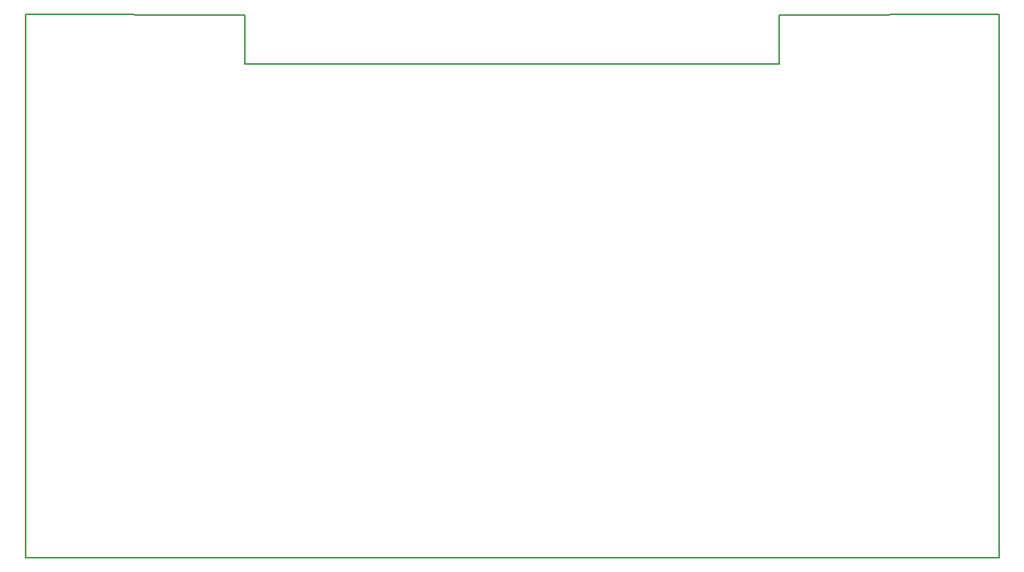
<source format=gko>
G04*
G04 #@! TF.GenerationSoftware,Altium Limited,Altium Designer,20.0.11 (256)*
G04*
G04 Layer_Color=16711935*
%FSLAX25Y25*%
%MOIN*%
G70*
G01*
G75*
%ADD12C,0.00787*%
D12*
X-3298Y-3039D02*
Y237507D01*
Y-3039D02*
X427461D01*
X330217Y237310D02*
X427461Y237507D01*
X330217Y215656D02*
Y237310D01*
X93996Y215656D02*
X330217D01*
X93996D02*
Y237310D01*
X-3298Y237507D02*
X93996Y237310D01*
X427461Y237507D02*
X427461Y-3039D01*
M02*

</source>
